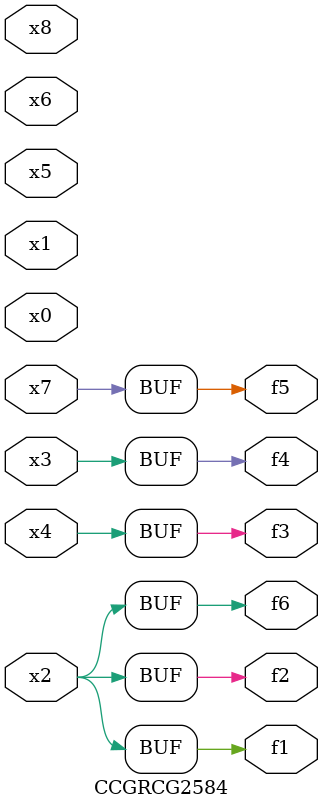
<source format=v>
module CCGRCG2584(
	input x0, x1, x2, x3, x4, x5, x6, x7, x8,
	output f1, f2, f3, f4, f5, f6
);
	assign f1 = x2;
	assign f2 = x2;
	assign f3 = x4;
	assign f4 = x3;
	assign f5 = x7;
	assign f6 = x2;
endmodule

</source>
